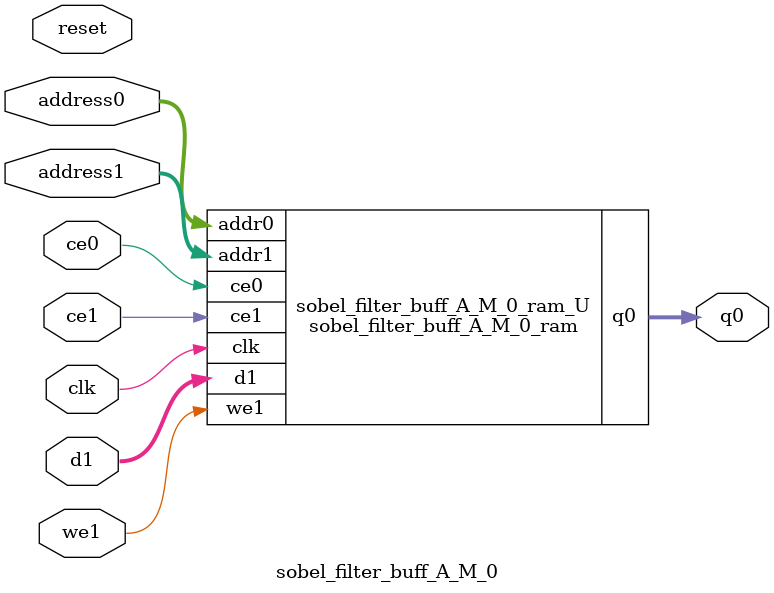
<source format=v>

`timescale 1 ns / 1 ps
module sobel_filter_buff_A_M_0_ram (addr0, ce0, q0, addr1, ce1, d1, we1,  clk);

parameter DWIDTH = 8;
parameter AWIDTH = 11;
parameter MEM_SIZE = 1920;

input[AWIDTH-1:0] addr0;
input ce0;
output reg[DWIDTH-1:0] q0;
input[AWIDTH-1:0] addr1;
input ce1;
input[DWIDTH-1:0] d1;
input we1;
input clk;

(* ram_style = "block" *)reg [DWIDTH-1:0] ram[MEM_SIZE-1:0];




always @(posedge clk)  
begin 
    if (ce0) 
    begin
            q0 <= ram[addr0];
    end
end


always @(posedge clk)  
begin 
    if (ce1) 
    begin
        if (we1) 
        begin 
            ram[addr1] <= d1; 
        end 
    end
end


endmodule


`timescale 1 ns / 1 ps
module sobel_filter_buff_A_M_0(
    reset,
    clk,
    address0,
    ce0,
    q0,
    address1,
    ce1,
    we1,
    d1);

parameter DataWidth = 32'd8;
parameter AddressRange = 32'd1920;
parameter AddressWidth = 32'd11;
input reset;
input clk;
input[AddressWidth - 1:0] address0;
input ce0;
output[DataWidth - 1:0] q0;
input[AddressWidth - 1:0] address1;
input ce1;
input we1;
input[DataWidth - 1:0] d1;




sobel_filter_buff_A_M_0_ram sobel_filter_buff_A_M_0_ram_U(
    .clk( clk ),
    .addr0( address0 ),
    .ce0( ce0 ),
    .q0( q0 ),
    .addr1( address1 ),
    .ce1( ce1 ),
    .d1( d1 ),
    .we1( we1 ));

endmodule


</source>
